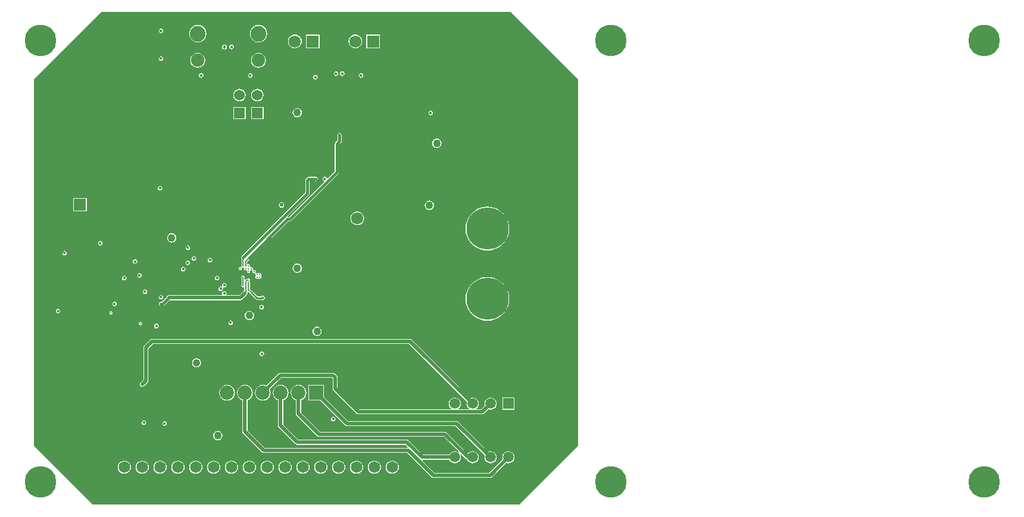
<source format=gbr>
%TF.GenerationSoftware,Altium Limited,Altium Designer,19.0.15 (446)*%
G04 Layer_Physical_Order=3*
G04 Layer_Color=16440176*
%FSLAX45Y45*%
%MOMM*%
%TF.FileFunction,Copper,L3,Inr,Signal*%
%TF.Part,Single*%
G01*
G75*
%TA.AperFunction,Conductor*%
%ADD40C,0.20320*%
%ADD41C,0.38100*%
%ADD42C,0.50800*%
%ADD45C,0.25400*%
%TA.AperFunction,ComponentPad*%
%ADD49C,1.65000*%
%TA.AperFunction,TestPad*%
%ADD50C,1.10000*%
%TA.AperFunction,ViaPad*%
%ADD51C,4.50000*%
%TA.AperFunction,ComponentPad*%
%ADD52R,1.50000X1.50000*%
%ADD53C,1.50000*%
%ADD54C,1.53000*%
%ADD55R,1.53000X1.53000*%
%ADD56C,1.90000*%
%ADD57C,2.25000*%
%ADD58C,6.00000*%
%ADD59C,1.72500*%
%ADD60R,1.72500X1.72500*%
%ADD61R,1.72500X1.72500*%
%ADD62R,2.02500X2.02500*%
%ADD63C,2.02500*%
%TA.AperFunction,ViaPad*%
%ADD64C,0.43180*%
%ADD65C,0.25000*%
%ADD66C,0.55880*%
%ADD67C,1.06680*%
%ADD68C,0.45720*%
G36*
X8102600Y6210300D02*
Y990600D01*
X7264400Y152400D01*
X1206500D01*
X368300Y990600D01*
Y6210300D01*
X1320800Y7162800D01*
X7150100D01*
X8102600Y6210300D01*
D02*
G37*
%LPC*%
G36*
X2171700Y6928472D02*
X2159312Y6926008D01*
X2148810Y6918990D01*
X2141792Y6908488D01*
X2139328Y6896100D01*
X2141792Y6883712D01*
X2148810Y6873210D01*
X2159312Y6866192D01*
X2171700Y6863728D01*
X2184088Y6866192D01*
X2194590Y6873210D01*
X2201608Y6883712D01*
X2204072Y6896100D01*
X2201608Y6908488D01*
X2194590Y6918990D01*
X2184088Y6926008D01*
X2171700Y6928472D01*
D02*
G37*
G36*
X3559400Y6979838D02*
X3527379Y6975623D01*
X3497541Y6963263D01*
X3471918Y6943602D01*
X3452257Y6917979D01*
X3439897Y6888141D01*
X3435682Y6856120D01*
X3439897Y6824099D01*
X3452257Y6794261D01*
X3471918Y6768638D01*
X3497541Y6748977D01*
X3527379Y6736617D01*
X3559400Y6732402D01*
X3591421Y6736617D01*
X3621259Y6748977D01*
X3646882Y6768638D01*
X3666543Y6794261D01*
X3678903Y6824099D01*
X3683118Y6856120D01*
X3678903Y6888141D01*
X3666543Y6917979D01*
X3646882Y6943602D01*
X3621259Y6963263D01*
X3591421Y6975623D01*
X3559400Y6979838D01*
D02*
G37*
G36*
X2695400D02*
X2663379Y6975623D01*
X2633541Y6963263D01*
X2607918Y6943602D01*
X2588257Y6917979D01*
X2575898Y6888141D01*
X2571682Y6856120D01*
X2575898Y6824099D01*
X2588257Y6794261D01*
X2607918Y6768638D01*
X2633541Y6748977D01*
X2663379Y6736617D01*
X2695400Y6732402D01*
X2727421Y6736617D01*
X2757259Y6748977D01*
X2782882Y6768638D01*
X2802544Y6794261D01*
X2814903Y6824099D01*
X2819119Y6856120D01*
X2814903Y6888141D01*
X2802544Y6917979D01*
X2782882Y6943602D01*
X2757259Y6963263D01*
X2727421Y6975623D01*
X2695400Y6979838D01*
D02*
G37*
G36*
X5285630Y6842532D02*
X5092810D01*
Y6649712D01*
X5285630D01*
Y6842532D01*
D02*
G37*
G36*
X4427811D02*
X4234991D01*
Y6649712D01*
X4427811D01*
Y6842532D01*
D02*
G37*
G36*
X4935220Y6843364D02*
X4910052Y6840050D01*
X4886599Y6830336D01*
X4866460Y6814882D01*
X4851006Y6794743D01*
X4841292Y6771290D01*
X4837978Y6746122D01*
X4841292Y6720954D01*
X4851006Y6697501D01*
X4866460Y6677361D01*
X4886599Y6661908D01*
X4910052Y6652193D01*
X4935220Y6648880D01*
X4960388Y6652193D01*
X4983841Y6661908D01*
X5003980Y6677361D01*
X5019434Y6697501D01*
X5029148Y6720954D01*
X5032462Y6746122D01*
X5029148Y6771290D01*
X5019434Y6794743D01*
X5003980Y6814882D01*
X4983841Y6830336D01*
X4960388Y6840050D01*
X4935220Y6843364D01*
D02*
G37*
G36*
X4077401D02*
X4052233Y6840050D01*
X4028780Y6830336D01*
X4008641Y6814882D01*
X3993187Y6794743D01*
X3983473Y6771290D01*
X3980159Y6746122D01*
X3983473Y6720954D01*
X3993187Y6697501D01*
X4008641Y6677361D01*
X4028780Y6661908D01*
X4052233Y6652193D01*
X4077401Y6648880D01*
X4102569Y6652193D01*
X4126022Y6661908D01*
X4146162Y6677361D01*
X4161615Y6697501D01*
X4171330Y6720954D01*
X4174643Y6746122D01*
X4171330Y6771290D01*
X4161615Y6794743D01*
X4146162Y6814882D01*
X4126022Y6830336D01*
X4102569Y6840050D01*
X4077401Y6843364D01*
D02*
G37*
G36*
X3175000Y6699872D02*
X3162612Y6697408D01*
X3152110Y6690390D01*
X3145092Y6679888D01*
X3142628Y6667500D01*
X3145092Y6655112D01*
X3152110Y6644610D01*
X3162612Y6637592D01*
X3175000Y6635128D01*
X3187388Y6637592D01*
X3197890Y6644610D01*
X3204908Y6655112D01*
X3207372Y6667500D01*
X3204908Y6679888D01*
X3197890Y6690390D01*
X3187388Y6697408D01*
X3175000Y6699872D01*
D02*
G37*
G36*
X3075400Y6699167D02*
X3062516Y6696604D01*
X3051594Y6689306D01*
X3044296Y6678384D01*
X3041733Y6665500D01*
X3044296Y6652616D01*
X3051594Y6641694D01*
X3062516Y6634396D01*
X3075400Y6631833D01*
X3088284Y6634396D01*
X3099206Y6641694D01*
X3106504Y6652616D01*
X3109067Y6665500D01*
X3106504Y6678384D01*
X3099206Y6689306D01*
X3088284Y6696604D01*
X3075400Y6699167D01*
D02*
G37*
G36*
X2171700Y6534772D02*
X2159312Y6532308D01*
X2148810Y6525290D01*
X2141792Y6514788D01*
X2139328Y6502400D01*
X2141792Y6490012D01*
X2148810Y6479510D01*
X2159312Y6472492D01*
X2171700Y6470028D01*
X2184088Y6472492D01*
X2194590Y6479510D01*
X2201608Y6490012D01*
X2204072Y6502400D01*
X2201608Y6514788D01*
X2194590Y6525290D01*
X2184088Y6532308D01*
X2171700Y6534772D01*
D02*
G37*
G36*
X3559400Y6582187D02*
X3531948Y6578573D01*
X3506366Y6567977D01*
X3484399Y6551121D01*
X3467543Y6529154D01*
X3456947Y6503572D01*
X3453333Y6476120D01*
X3456947Y6448668D01*
X3467543Y6423086D01*
X3484399Y6401119D01*
X3506366Y6384263D01*
X3531948Y6373667D01*
X3559400Y6370053D01*
X3586852Y6373667D01*
X3612434Y6384263D01*
X3634401Y6401119D01*
X3651257Y6423086D01*
X3661853Y6448668D01*
X3665467Y6476120D01*
X3661853Y6503572D01*
X3651257Y6529154D01*
X3634401Y6551121D01*
X3612434Y6567977D01*
X3586852Y6578573D01*
X3559400Y6582187D01*
D02*
G37*
G36*
X2695400D02*
X2667948Y6578573D01*
X2642367Y6567977D01*
X2620399Y6551121D01*
X2603543Y6529154D01*
X2592947Y6503572D01*
X2589333Y6476120D01*
X2592947Y6448668D01*
X2603543Y6423086D01*
X2620399Y6401119D01*
X2642367Y6384263D01*
X2667948Y6373667D01*
X2695400Y6370053D01*
X2722853Y6373667D01*
X2748434Y6384263D01*
X2770401Y6401119D01*
X2787257Y6423086D01*
X2797853Y6448668D01*
X2801468Y6476120D01*
X2797853Y6503572D01*
X2787257Y6529154D01*
X2770401Y6551121D01*
X2748434Y6567977D01*
X2722853Y6578573D01*
X2695400Y6582187D01*
D02*
G37*
G36*
X4749800Y6318872D02*
X4737412Y6316408D01*
X4726910Y6309390D01*
X4719892Y6298888D01*
X4717428Y6286500D01*
X4719892Y6274112D01*
X4726910Y6263610D01*
X4737412Y6256592D01*
X4749800Y6254128D01*
X4762188Y6256592D01*
X4772690Y6263610D01*
X4779708Y6274112D01*
X4782172Y6286500D01*
X4779708Y6298888D01*
X4772690Y6309390D01*
X4762188Y6316408D01*
X4749800Y6318872D01*
D02*
G37*
G36*
X4660900D02*
X4648512Y6316408D01*
X4638010Y6309390D01*
X4630992Y6298888D01*
X4628528Y6286500D01*
X4630992Y6274112D01*
X4638010Y6263610D01*
X4648512Y6256592D01*
X4660900Y6254128D01*
X4673288Y6256592D01*
X4683790Y6263610D01*
X4690808Y6274112D01*
X4693272Y6286500D01*
X4690808Y6298888D01*
X4683790Y6309390D01*
X4673288Y6316408D01*
X4660900Y6318872D01*
D02*
G37*
G36*
X5016500Y6293472D02*
X5004112Y6291008D01*
X4993610Y6283990D01*
X4986592Y6273488D01*
X4984128Y6261100D01*
X4986592Y6248712D01*
X4993610Y6238210D01*
X5004112Y6231192D01*
X5016500Y6228728D01*
X5028888Y6231192D01*
X5039390Y6238210D01*
X5046408Y6248712D01*
X5048872Y6261100D01*
X5046408Y6273488D01*
X5039390Y6283990D01*
X5028888Y6291008D01*
X5016500Y6293472D01*
D02*
G37*
G36*
X3441700D02*
X3429312Y6291008D01*
X3418810Y6283990D01*
X3411792Y6273488D01*
X3409328Y6261100D01*
X3411792Y6248712D01*
X3418810Y6238210D01*
X3429312Y6231192D01*
X3441700Y6228728D01*
X3454088Y6231192D01*
X3464590Y6238210D01*
X3471608Y6248712D01*
X3474072Y6261100D01*
X3471608Y6273488D01*
X3464590Y6283990D01*
X3454088Y6291008D01*
X3441700Y6293472D01*
D02*
G37*
G36*
X2743200D02*
X2730812Y6291008D01*
X2720310Y6283990D01*
X2713292Y6273488D01*
X2710828Y6261100D01*
X2713292Y6248712D01*
X2720310Y6238210D01*
X2730812Y6231192D01*
X2743200Y6228728D01*
X2755588Y6231192D01*
X2766090Y6238210D01*
X2773108Y6248712D01*
X2775572Y6261100D01*
X2773108Y6273488D01*
X2766090Y6283990D01*
X2755588Y6291008D01*
X2743200Y6293472D01*
D02*
G37*
G36*
X4368800Y6268072D02*
X4356412Y6265608D01*
X4345910Y6258590D01*
X4338892Y6248088D01*
X4336428Y6235700D01*
X4338892Y6223312D01*
X4345910Y6212810D01*
X4356412Y6205792D01*
X4368800Y6203328D01*
X4381188Y6205792D01*
X4391690Y6212810D01*
X4398708Y6223312D01*
X4401172Y6235700D01*
X4398708Y6248088D01*
X4391690Y6258590D01*
X4381188Y6265608D01*
X4368800Y6268072D01*
D02*
G37*
G36*
X3543300Y6069108D02*
X3520677Y6066129D01*
X3499596Y6057397D01*
X3481493Y6043507D01*
X3467603Y6025404D01*
X3458871Y6004323D01*
X3455892Y5981700D01*
X3458871Y5959077D01*
X3467603Y5937996D01*
X3481493Y5919893D01*
X3499596Y5906003D01*
X3520677Y5897271D01*
X3543300Y5894292D01*
X3565923Y5897271D01*
X3587004Y5906003D01*
X3605107Y5919893D01*
X3618997Y5937996D01*
X3627729Y5959077D01*
X3630708Y5981700D01*
X3627729Y6004323D01*
X3618997Y6025404D01*
X3605107Y6043507D01*
X3587004Y6057397D01*
X3565923Y6066129D01*
X3543300Y6069108D01*
D02*
G37*
G36*
X3289300D02*
X3266677Y6066129D01*
X3245596Y6057397D01*
X3227493Y6043507D01*
X3213603Y6025404D01*
X3204871Y6004323D01*
X3201892Y5981700D01*
X3204871Y5959077D01*
X3213603Y5937996D01*
X3227493Y5919893D01*
X3245596Y5906003D01*
X3266677Y5897271D01*
X3289300Y5894292D01*
X3311923Y5897271D01*
X3333004Y5906003D01*
X3351107Y5919893D01*
X3364997Y5937996D01*
X3373729Y5959077D01*
X3376708Y5981700D01*
X3373729Y6004323D01*
X3364997Y6025404D01*
X3351107Y6043507D01*
X3333004Y6057397D01*
X3311923Y6066129D01*
X3289300Y6069108D01*
D02*
G37*
G36*
X6007100Y5760072D02*
X5994712Y5757608D01*
X5984210Y5750590D01*
X5977192Y5740088D01*
X5974728Y5727700D01*
X5977192Y5715312D01*
X5984210Y5704810D01*
X5994712Y5697792D01*
X6007100Y5695328D01*
X6019488Y5697792D01*
X6029990Y5704810D01*
X6037008Y5715312D01*
X6039472Y5727700D01*
X6037008Y5740088D01*
X6029990Y5750590D01*
X6019488Y5757608D01*
X6007100Y5760072D01*
D02*
G37*
G36*
X4109720Y5797354D02*
X4092710Y5795115D01*
X4076859Y5788549D01*
X4063247Y5778105D01*
X4052803Y5764493D01*
X4046237Y5748642D01*
X4043998Y5731632D01*
X4046237Y5714622D01*
X4052803Y5698771D01*
X4063247Y5685160D01*
X4076859Y5674715D01*
X4092710Y5668149D01*
X4109720Y5665910D01*
X4126730Y5668149D01*
X4142581Y5674715D01*
X4156193Y5685160D01*
X4166637Y5698771D01*
X4173203Y5714622D01*
X4175442Y5731632D01*
X4173203Y5748642D01*
X4166637Y5764493D01*
X4156193Y5778105D01*
X4142581Y5788549D01*
X4126730Y5795115D01*
X4109720Y5797354D01*
D02*
G37*
G36*
X3629960Y5814360D02*
X3456640D01*
Y5641040D01*
X3629960D01*
Y5814360D01*
D02*
G37*
G36*
X3375960D02*
X3202640D01*
Y5641040D01*
X3375960D01*
Y5814360D01*
D02*
G37*
G36*
X6096000Y5361622D02*
X6078990Y5359383D01*
X6063139Y5352817D01*
X6049527Y5342373D01*
X6039083Y5328761D01*
X6032517Y5312910D01*
X6030278Y5295900D01*
X6032517Y5278890D01*
X6039083Y5263039D01*
X6049527Y5249427D01*
X6063139Y5238983D01*
X6078990Y5232417D01*
X6096000Y5230178D01*
X6113010Y5232417D01*
X6128861Y5238983D01*
X6142473Y5249427D01*
X6152917Y5263039D01*
X6159483Y5278890D01*
X6161722Y5295900D01*
X6159483Y5312910D01*
X6152917Y5328761D01*
X6142473Y5342373D01*
X6128861Y5352817D01*
X6113010Y5359383D01*
X6096000Y5361622D01*
D02*
G37*
G36*
X4711700Y5442572D02*
X4699312Y5440108D01*
X4688810Y5433090D01*
X4681792Y5422588D01*
X4679328Y5410200D01*
X4681792Y5397812D01*
X4681918Y5397623D01*
Y5336718D01*
X4652541Y5307341D01*
X4646085Y5297679D01*
X4643818Y5286282D01*
Y4896913D01*
X4544033Y4797128D01*
X4530856Y4800195D01*
X4529966Y4801022D01*
X4523438Y4810790D01*
X4512936Y4817808D01*
X4500548Y4820272D01*
X4488159Y4817808D01*
X4477657Y4810790D01*
X4470640Y4800288D01*
X4468176Y4787900D01*
X4470640Y4775512D01*
X4477657Y4765010D01*
X4487426Y4758482D01*
X4488252Y4757592D01*
X4491319Y4744415D01*
X3994214Y4247309D01*
X3977188D01*
X3975294Y4249514D01*
X3971171Y4259252D01*
X4275559Y4563641D01*
X4282015Y4573303D01*
X4284282Y4584700D01*
Y4758118D01*
X4356223D01*
X4356412Y4757992D01*
X4368800Y4755528D01*
X4381188Y4757992D01*
X4391690Y4765010D01*
X4398708Y4775512D01*
X4401172Y4787900D01*
X4398708Y4800288D01*
X4391690Y4810790D01*
X4381188Y4817808D01*
X4368800Y4820272D01*
X4356412Y4817808D01*
X4356223Y4817682D01*
X4269379D01*
X4257982Y4815415D01*
X4248320Y4808959D01*
X4233441Y4794080D01*
X4226985Y4784418D01*
X4224718Y4773021D01*
Y4597036D01*
X3316343Y3688662D01*
X3309887Y3679000D01*
X3307621Y3667603D01*
X3309887Y3656205D01*
X3316343Y3646543D01*
X3316685Y3646316D01*
Y3560680D01*
X3316057Y3559741D01*
X3314299Y3550900D01*
X3316057Y3542058D01*
X3317381Y3540078D01*
X3308225Y3530922D01*
X3306244Y3532245D01*
X3297403Y3534004D01*
X3288561Y3532245D01*
X3281066Y3527237D01*
X3276057Y3519741D01*
X3274299Y3510900D01*
X3276057Y3502059D01*
X3281066Y3494563D01*
X3288561Y3489555D01*
X3297403Y3487796D01*
X3306244Y3489555D01*
X3313739Y3494563D01*
X3318748Y3502059D01*
X3320506Y3510900D01*
X3318748Y3519741D01*
X3317424Y3521722D01*
X3326581Y3530878D01*
X3328561Y3529555D01*
X3337403Y3527796D01*
X3346244Y3529555D01*
X3348225Y3530878D01*
X3357381Y3521722D01*
X3356058Y3519741D01*
X3354299Y3510900D01*
X3356058Y3502059D01*
X3361066Y3494563D01*
X3368561Y3489555D01*
X3377403Y3487796D01*
X3386244Y3489555D01*
X3388225Y3490878D01*
X3397381Y3481722D01*
X3396057Y3479741D01*
X3394299Y3470900D01*
X3396057Y3462058D01*
X3401066Y3454563D01*
X3408561Y3449555D01*
X3417403Y3447796D01*
X3426244Y3449555D01*
X3433739Y3454563D01*
X3438748Y3462058D01*
X3440506Y3470900D01*
X3438748Y3479741D01*
X3436385Y3483277D01*
X3445541Y3492433D01*
X3448561Y3490415D01*
X3457403Y3488657D01*
X3466244Y3490415D01*
X3469264Y3492433D01*
X3478420Y3483277D01*
X3476058Y3479741D01*
X3474299Y3470900D01*
X3476058Y3462058D01*
X3481066Y3454563D01*
X3488561Y3449555D01*
X3497403Y3447796D01*
X3506244Y3449555D01*
X3508225Y3450878D01*
X3517381Y3441722D01*
X3516057Y3439741D01*
X3514299Y3430900D01*
X3516057Y3422058D01*
X3517394Y3420058D01*
X3520017Y3410900D01*
X3517394Y3401742D01*
X3516057Y3399741D01*
X3514299Y3390900D01*
X3516057Y3382059D01*
X3521066Y3374563D01*
X3528561Y3369555D01*
X3537403Y3367796D01*
X3546244Y3369555D01*
X3548245Y3370892D01*
X3557403Y3373514D01*
X3566561Y3370892D01*
X3568561Y3369555D01*
X3577403Y3367796D01*
X3586244Y3369555D01*
X3593739Y3374563D01*
X3598748Y3382059D01*
X3600506Y3390900D01*
X3598748Y3399741D01*
X3597411Y3401742D01*
X3594788Y3410900D01*
X3597411Y3420058D01*
X3598748Y3422058D01*
X3600506Y3430900D01*
X3598748Y3439741D01*
X3593739Y3447237D01*
X3586244Y3452245D01*
X3577403Y3454004D01*
X3568561Y3452245D01*
X3566561Y3450908D01*
X3557403Y3448286D01*
X3548245Y3450908D01*
X3546244Y3452245D01*
X3537403Y3454004D01*
X3528561Y3452245D01*
X3526581Y3450922D01*
X3517425Y3460078D01*
X3518748Y3462058D01*
X3520507Y3470900D01*
X3518748Y3479741D01*
X3513739Y3487237D01*
X3506244Y3492245D01*
X3497403Y3494004D01*
X3488561Y3492245D01*
X3485541Y3490227D01*
X3476385Y3499383D01*
X3478748Y3502919D01*
X3480506Y3511761D01*
X3478748Y3520602D01*
X3473739Y3528097D01*
X3466244Y3533106D01*
X3457403Y3534864D01*
X3448561Y3533106D01*
X3447619Y3532477D01*
X3438463Y3541633D01*
X3438748Y3542058D01*
X3440506Y3550900D01*
X3438748Y3559741D01*
X3433739Y3567237D01*
X3426244Y3572245D01*
X3417403Y3574004D01*
X3410821Y3572695D01*
X3402453Y3577100D01*
X3398121Y3580543D01*
Y3610121D01*
X3428598Y3640598D01*
X3429000Y3640518D01*
X3440397Y3642785D01*
X3450059Y3649241D01*
X3988563Y4187745D01*
X4006550D01*
X4017948Y4190012D01*
X4027609Y4196468D01*
X4694659Y4863517D01*
X4701115Y4873179D01*
X4703382Y4884577D01*
Y5273946D01*
X4732759Y5303322D01*
X4739215Y5312984D01*
X4741482Y5324382D01*
Y5397623D01*
X4741608Y5397812D01*
X4744072Y5410200D01*
X4741608Y5422588D01*
X4734590Y5433090D01*
X4724088Y5440108D01*
X4711700Y5442572D01*
D02*
G37*
G36*
X2159000Y4687809D02*
X2146612Y4685345D01*
X2136110Y4678327D01*
X2129092Y4667825D01*
X2126628Y4655437D01*
X2129092Y4643048D01*
X2136110Y4632546D01*
X2146612Y4625529D01*
X2159000Y4623065D01*
X2171388Y4625529D01*
X2181890Y4632546D01*
X2188908Y4643048D01*
X2191372Y4655437D01*
X2188908Y4667825D01*
X2181890Y4678327D01*
X2171388Y4685345D01*
X2159000Y4687809D01*
D02*
G37*
G36*
X3886200Y4458447D02*
X3871334Y4455489D01*
X3858731Y4447069D01*
X3850311Y4434466D01*
X3847353Y4419600D01*
X3850311Y4404734D01*
X3858731Y4392131D01*
X3871334Y4383711D01*
X3886200Y4380753D01*
X3901066Y4383711D01*
X3913669Y4392131D01*
X3922089Y4404734D01*
X3925047Y4419600D01*
X3922089Y4434466D01*
X3913669Y4447069D01*
X3901066Y4455489D01*
X3886200Y4458447D01*
D02*
G37*
G36*
X5989320Y4477702D02*
X5972310Y4475463D01*
X5956459Y4468897D01*
X5942847Y4458453D01*
X5932403Y4444841D01*
X5925837Y4428990D01*
X5923598Y4411980D01*
X5925837Y4394970D01*
X5932403Y4379119D01*
X5942847Y4365507D01*
X5956459Y4355063D01*
X5972310Y4348497D01*
X5989320Y4346258D01*
X6006330Y4348497D01*
X6022181Y4355063D01*
X6035793Y4365507D01*
X6046237Y4379119D01*
X6052803Y4394970D01*
X6055042Y4411980D01*
X6052803Y4428990D01*
X6046237Y4444841D01*
X6035793Y4458453D01*
X6022181Y4468897D01*
X6006330Y4475463D01*
X5989320Y4477702D01*
D02*
G37*
G36*
X1117490Y4518650D02*
X924670D01*
Y4325830D01*
X1117490D01*
Y4518650D01*
D02*
G37*
G36*
X4965700Y4326342D02*
X4940532Y4323028D01*
X4917079Y4313314D01*
X4896940Y4297860D01*
X4881486Y4277721D01*
X4871772Y4254268D01*
X4868458Y4229100D01*
X4871772Y4203932D01*
X4881486Y4180479D01*
X4896940Y4160340D01*
X4917079Y4144886D01*
X4940532Y4135172D01*
X4965700Y4131858D01*
X4990868Y4135172D01*
X5014321Y4144886D01*
X5034460Y4160340D01*
X5049914Y4180479D01*
X5059628Y4203932D01*
X5062942Y4229100D01*
X5059628Y4254268D01*
X5049914Y4277721D01*
X5034460Y4297860D01*
X5014321Y4313314D01*
X4990868Y4323028D01*
X4965700Y4326342D01*
D02*
G37*
G36*
X2324100Y4015422D02*
X2307090Y4013183D01*
X2291239Y4006617D01*
X2277627Y3996173D01*
X2267183Y3982561D01*
X2260617Y3966710D01*
X2258378Y3949700D01*
X2260617Y3932690D01*
X2267183Y3916839D01*
X2277627Y3903227D01*
X2291239Y3892783D01*
X2307090Y3886217D01*
X2324100Y3883978D01*
X2341110Y3886217D01*
X2356961Y3892783D01*
X2370573Y3903227D01*
X2381017Y3916839D01*
X2387583Y3932690D01*
X2389822Y3949700D01*
X2387583Y3966710D01*
X2381017Y3982561D01*
X2370573Y3996173D01*
X2356961Y4006617D01*
X2341110Y4013183D01*
X2324100Y4015422D01*
D02*
G37*
G36*
X1308100Y3905872D02*
X1295712Y3903408D01*
X1285210Y3896390D01*
X1278192Y3885888D01*
X1275728Y3873500D01*
X1278192Y3861112D01*
X1285210Y3850610D01*
X1295712Y3843592D01*
X1308100Y3841128D01*
X1320488Y3843592D01*
X1330990Y3850610D01*
X1338008Y3861112D01*
X1340472Y3873500D01*
X1338008Y3885888D01*
X1330990Y3896390D01*
X1320488Y3903408D01*
X1308100Y3905872D01*
D02*
G37*
G36*
X2552700Y3842372D02*
X2540312Y3839908D01*
X2529810Y3832890D01*
X2522792Y3822388D01*
X2520328Y3810000D01*
X2522792Y3797612D01*
X2529810Y3787110D01*
X2540312Y3780092D01*
X2552700Y3777628D01*
X2565088Y3780092D01*
X2575590Y3787110D01*
X2582608Y3797612D01*
X2585072Y3810000D01*
X2582608Y3822388D01*
X2575590Y3832890D01*
X2565088Y3839908D01*
X2552700Y3842372D01*
D02*
G37*
G36*
X6814299Y4392517D02*
X6765629Y4388686D01*
X6718158Y4377289D01*
X6673053Y4358607D01*
X6631427Y4333098D01*
X6594304Y4301392D01*
X6562598Y4264269D01*
X6537090Y4222643D01*
X6518407Y4177539D01*
X6507010Y4130067D01*
X6503180Y4081398D01*
X6507010Y4032728D01*
X6518407Y3985257D01*
X6537090Y3940153D01*
X6562598Y3898527D01*
X6594304Y3861403D01*
X6631427Y3829697D01*
X6673053Y3804189D01*
X6718158Y3785506D01*
X6765629Y3774109D01*
X6814299Y3770279D01*
X6862968Y3774109D01*
X6910440Y3785506D01*
X6955544Y3804189D01*
X6997170Y3829697D01*
X7034293Y3861403D01*
X7065999Y3898527D01*
X7091508Y3940153D01*
X7110190Y3985257D01*
X7121587Y4032728D01*
X7125418Y4081398D01*
X7121587Y4130067D01*
X7110190Y4177539D01*
X7091508Y4222643D01*
X7065999Y4264269D01*
X7034293Y4301392D01*
X6997170Y4333098D01*
X6955544Y4358607D01*
X6910440Y4377289D01*
X6862968Y4388686D01*
X6814299Y4392517D01*
D02*
G37*
G36*
X800100Y3766172D02*
X787712Y3763708D01*
X777210Y3756690D01*
X770192Y3746188D01*
X767728Y3733800D01*
X770192Y3721412D01*
X777210Y3710910D01*
X787712Y3703892D01*
X800100Y3701428D01*
X812488Y3703892D01*
X822990Y3710910D01*
X830008Y3721412D01*
X832472Y3733800D01*
X830008Y3746188D01*
X822990Y3756690D01*
X812488Y3763708D01*
X800100Y3766172D01*
D02*
G37*
G36*
X2641600Y3689972D02*
X2629212Y3687508D01*
X2618710Y3680490D01*
X2611692Y3669988D01*
X2609228Y3657600D01*
X2611692Y3645212D01*
X2618710Y3634710D01*
X2629212Y3627692D01*
X2641600Y3625228D01*
X2653988Y3627692D01*
X2664490Y3634710D01*
X2671508Y3645212D01*
X2673972Y3657600D01*
X2671508Y3669988D01*
X2664490Y3680490D01*
X2653988Y3687508D01*
X2641600Y3689972D01*
D02*
G37*
G36*
X2870200Y3664572D02*
X2857812Y3662108D01*
X2847310Y3655090D01*
X2840292Y3644588D01*
X2837828Y3632200D01*
X2840292Y3619812D01*
X2847310Y3609310D01*
X2857812Y3602292D01*
X2870200Y3599828D01*
X2882588Y3602292D01*
X2893090Y3609310D01*
X2900108Y3619812D01*
X2902572Y3632200D01*
X2900108Y3644588D01*
X2893090Y3655090D01*
X2882588Y3662108D01*
X2870200Y3664572D01*
D02*
G37*
G36*
X1803400Y3644535D02*
X1791012Y3642071D01*
X1780510Y3635053D01*
X1773492Y3624551D01*
X1771028Y3612163D01*
X1773492Y3599775D01*
X1780510Y3589272D01*
X1791012Y3582255D01*
X1803400Y3579791D01*
X1815788Y3582255D01*
X1826290Y3589272D01*
X1833308Y3599775D01*
X1835772Y3612163D01*
X1833308Y3624551D01*
X1826290Y3635053D01*
X1815788Y3642071D01*
X1803400Y3644535D01*
D02*
G37*
G36*
X2552700Y3626472D02*
X2540312Y3624008D01*
X2529810Y3616990D01*
X2522792Y3606488D01*
X2520328Y3594100D01*
X2522792Y3581712D01*
X2529810Y3571210D01*
X2540312Y3564192D01*
X2552700Y3561728D01*
X2565088Y3564192D01*
X2575590Y3571210D01*
X2582608Y3581712D01*
X2585072Y3594100D01*
X2582608Y3606488D01*
X2575590Y3616990D01*
X2565088Y3624008D01*
X2552700Y3626472D01*
D02*
G37*
G36*
X2489200Y3537572D02*
X2476812Y3535108D01*
X2466310Y3528090D01*
X2459292Y3517588D01*
X2456828Y3505200D01*
X2459292Y3492812D01*
X2466310Y3482310D01*
X2476812Y3475292D01*
X2489200Y3472828D01*
X2501588Y3475292D01*
X2512090Y3482310D01*
X2519108Y3492812D01*
X2521572Y3505200D01*
X2519108Y3517588D01*
X2512090Y3528090D01*
X2501588Y3535108D01*
X2489200Y3537572D01*
D02*
G37*
G36*
X4109720Y3583622D02*
X4092710Y3581383D01*
X4076859Y3574817D01*
X4063247Y3564373D01*
X4052803Y3550761D01*
X4046237Y3534910D01*
X4043998Y3517900D01*
X4046237Y3500890D01*
X4052803Y3485039D01*
X4063247Y3471427D01*
X4076859Y3460983D01*
X4092710Y3454417D01*
X4109720Y3452178D01*
X4126730Y3454417D01*
X4142581Y3460983D01*
X4156193Y3471427D01*
X4166637Y3485039D01*
X4173203Y3500890D01*
X4175442Y3517900D01*
X4173203Y3534910D01*
X4166637Y3550761D01*
X4156193Y3564373D01*
X4142581Y3574817D01*
X4126730Y3581383D01*
X4109720Y3583622D01*
D02*
G37*
G36*
X1866900Y3448672D02*
X1854512Y3446208D01*
X1844010Y3439190D01*
X1836992Y3428688D01*
X1834528Y3416300D01*
X1836992Y3403912D01*
X1844010Y3393410D01*
X1854512Y3386392D01*
X1866900Y3383928D01*
X1879288Y3386392D01*
X1889790Y3393410D01*
X1896808Y3403912D01*
X1899272Y3416300D01*
X1896808Y3428688D01*
X1889790Y3439190D01*
X1879288Y3446208D01*
X1866900Y3448672D01*
D02*
G37*
G36*
X2971800Y3410572D02*
X2959412Y3408108D01*
X2948910Y3401090D01*
X2941892Y3390588D01*
X2939428Y3378200D01*
X2941892Y3365812D01*
X2948910Y3355310D01*
X2959412Y3348292D01*
X2971800Y3345828D01*
X2984188Y3348292D01*
X2994690Y3355310D01*
X3001708Y3365812D01*
X3004172Y3378200D01*
X3001708Y3390588D01*
X2994690Y3401090D01*
X2984188Y3408108D01*
X2971800Y3410572D01*
D02*
G37*
G36*
X1651000D02*
X1638612Y3408108D01*
X1628110Y3401090D01*
X1621092Y3390588D01*
X1618628Y3378200D01*
X1621092Y3365812D01*
X1628110Y3355310D01*
X1638612Y3348292D01*
X1651000Y3345828D01*
X1663388Y3348292D01*
X1673890Y3355310D01*
X1680908Y3365812D01*
X1683372Y3378200D01*
X1680908Y3390588D01*
X1673890Y3401090D01*
X1663388Y3408108D01*
X1651000Y3410572D01*
D02*
G37*
G36*
X3073400Y3308972D02*
X3061012Y3306508D01*
X3050510Y3299490D01*
X3043492Y3288988D01*
X3041028Y3276600D01*
X3043104Y3266160D01*
X3038390Y3260438D01*
X3033270Y3256651D01*
X3022600Y3258773D01*
X3010212Y3256309D01*
X2999710Y3249291D01*
X2992692Y3238789D01*
X2990228Y3226401D01*
X2992692Y3214013D01*
X2999710Y3203510D01*
X3010212Y3196493D01*
X3022600Y3194029D01*
X3034988Y3196493D01*
X3045490Y3203510D01*
X3052508Y3214013D01*
X3054972Y3226401D01*
X3052896Y3236841D01*
X3057610Y3242563D01*
X3062730Y3246350D01*
X3073400Y3244228D01*
X3085788Y3246692D01*
X3096290Y3253710D01*
X3103308Y3264212D01*
X3105772Y3276600D01*
X3103308Y3288988D01*
X3096290Y3299490D01*
X3085788Y3306508D01*
X3073400Y3308972D01*
D02*
G37*
G36*
X1943100Y3217375D02*
X1930712Y3214911D01*
X1920210Y3207893D01*
X1913192Y3197391D01*
X1910728Y3185003D01*
X1913192Y3172614D01*
X1920210Y3162112D01*
X1930712Y3155095D01*
X1943100Y3152630D01*
X1955488Y3155095D01*
X1965990Y3162112D01*
X1973008Y3172614D01*
X1975472Y3185003D01*
X1973008Y3197391D01*
X1965990Y3207893D01*
X1955488Y3214911D01*
X1943100Y3217375D01*
D02*
G37*
G36*
X3337403Y3414004D02*
X3328561Y3412245D01*
X3321066Y3407237D01*
X3316057Y3399741D01*
X3314299Y3390900D01*
X3316057Y3382059D01*
X3316685Y3381120D01*
Y3280680D01*
X3316057Y3279741D01*
X3314299Y3270900D01*
X3316057Y3262058D01*
X3321066Y3254563D01*
X3328561Y3249555D01*
X3337403Y3247796D01*
X3343984Y3249106D01*
X3352352Y3244701D01*
X3356685Y3241257D01*
Y3196803D01*
X3351625Y3195797D01*
X3339863Y3187937D01*
X3286982Y3135057D01*
X3110650D01*
X3103500Y3146619D01*
X3103473Y3147757D01*
X3105772Y3159316D01*
X3103308Y3171705D01*
X3096290Y3182207D01*
X3085788Y3189224D01*
X3073400Y3191688D01*
X3061012Y3189224D01*
X3050510Y3182207D01*
X3043492Y3171705D01*
X3041028Y3159316D01*
X3043327Y3147757D01*
X3043300Y3146619D01*
X3036150Y3135057D01*
X2286000D01*
X2272125Y3132297D01*
X2260363Y3124437D01*
X2252503Y3112675D01*
X2251199Y3106117D01*
X2184764Y3039682D01*
X2171700D01*
X2160303Y3037415D01*
X2150641Y3030959D01*
X2144185Y3021297D01*
X2141918Y3009900D01*
X2144185Y2998503D01*
X2150641Y2988841D01*
X2160303Y2982385D01*
X2171700Y2980118D01*
X2197100D01*
X2208497Y2982385D01*
X2218159Y2988841D01*
X2291862Y3062543D01*
X3301999D01*
X3302000Y3062543D01*
X3315875Y3065303D01*
X3327637Y3073163D01*
X3391137Y3136663D01*
X3398997Y3148425D01*
X3401757Y3162300D01*
X3398997Y3176174D01*
X3401633Y3180799D01*
X3416527Y3183573D01*
X3432580Y3167520D01*
X3432866Y3166081D01*
X3437919Y3158519D01*
X3518174Y3078264D01*
X3525736Y3073211D01*
X3534655Y3071437D01*
X3593424D01*
X3603302Y3064837D01*
X3615690Y3062373D01*
X3628078Y3064837D01*
X3638580Y3071854D01*
X3645598Y3082356D01*
X3648062Y3094745D01*
X3645598Y3107133D01*
X3638580Y3117635D01*
X3628078Y3124653D01*
X3615690Y3127117D01*
X3603302Y3124653D01*
X3593424Y3118052D01*
X3544310D01*
X3470881Y3191481D01*
X3463319Y3196534D01*
X3461880Y3196820D01*
X3438121Y3220579D01*
Y3301120D01*
X3438748Y3302058D01*
X3440506Y3310900D01*
X3438748Y3319741D01*
X3433739Y3327236D01*
Y3334564D01*
X3438748Y3342059D01*
X3440506Y3350900D01*
X3438748Y3359742D01*
X3433739Y3367237D01*
X3426244Y3372245D01*
X3417403Y3374004D01*
X3408561Y3372245D01*
X3401066Y3367237D01*
X3401026Y3367178D01*
X3390901D01*
X3390900Y3367178D01*
X3382972Y3365601D01*
X3376250Y3361110D01*
X3370821Y3355680D01*
X3358121Y3360941D01*
Y3381120D01*
X3358748Y3382059D01*
X3360506Y3390900D01*
X3358748Y3399741D01*
X3353739Y3407237D01*
X3346244Y3412245D01*
X3337403Y3414004D01*
D02*
G37*
G36*
X2171700Y3137890D02*
X2159312Y3135426D01*
X2148810Y3128409D01*
X2141792Y3117907D01*
X2139328Y3105518D01*
X2141792Y3093130D01*
X2148810Y3082628D01*
X2159312Y3075610D01*
X2171700Y3073146D01*
X2184088Y3075610D01*
X2194590Y3082628D01*
X2201608Y3093130D01*
X2204072Y3105518D01*
X2201608Y3117907D01*
X2194590Y3128409D01*
X2184088Y3135426D01*
X2171700Y3137890D01*
D02*
G37*
G36*
X1511300Y3042272D02*
X1498912Y3039808D01*
X1488410Y3032790D01*
X1481392Y3022288D01*
X1478928Y3009900D01*
X1481392Y2997512D01*
X1488410Y2987010D01*
X1498912Y2979992D01*
X1511300Y2977528D01*
X1523688Y2979992D01*
X1534190Y2987010D01*
X1541208Y2997512D01*
X1543672Y3009900D01*
X1541208Y3022288D01*
X1534190Y3032790D01*
X1523688Y3039808D01*
X1511300Y3042272D01*
D02*
G37*
G36*
X3600920Y2997453D02*
X3588532Y2994989D01*
X3578029Y2987972D01*
X3571012Y2977470D01*
X3568548Y2965081D01*
X3571012Y2952693D01*
X3578029Y2942191D01*
X3588532Y2935173D01*
X3600920Y2932709D01*
X3613308Y2935173D01*
X3623810Y2942191D01*
X3630828Y2952693D01*
X3633292Y2965081D01*
X3630828Y2977470D01*
X3623810Y2987972D01*
X3613308Y2994989D01*
X3600920Y2997453D01*
D02*
G37*
G36*
X708599Y2940672D02*
X696211Y2938208D01*
X685709Y2931190D01*
X678691Y2920688D01*
X676227Y2908300D01*
X678691Y2895912D01*
X685709Y2885410D01*
X696211Y2878392D01*
X708599Y2875928D01*
X720988Y2878392D01*
X731490Y2885410D01*
X738507Y2895912D01*
X740971Y2908300D01*
X738507Y2920688D01*
X731490Y2931190D01*
X720988Y2938208D01*
X708599Y2940672D01*
D02*
G37*
G36*
X1460500Y2906004D02*
X1451659Y2904245D01*
X1444163Y2899237D01*
X1439155Y2891741D01*
X1437396Y2882900D01*
X1439155Y2874059D01*
X1444163Y2866563D01*
X1451659Y2861555D01*
X1460500Y2859796D01*
X1469341Y2861555D01*
X1476837Y2866563D01*
X1481845Y2874059D01*
X1483604Y2882900D01*
X1481845Y2891741D01*
X1476837Y2899237D01*
X1469341Y2904245D01*
X1460500Y2906004D01*
D02*
G37*
G36*
X3429000Y2910522D02*
X3411990Y2908283D01*
X3396139Y2901717D01*
X3382527Y2891273D01*
X3372083Y2877661D01*
X3365517Y2861810D01*
X3363278Y2844800D01*
X3365517Y2827790D01*
X3372083Y2811939D01*
X3382527Y2798327D01*
X3396139Y2787883D01*
X3411990Y2781317D01*
X3429000Y2779078D01*
X3446010Y2781317D01*
X3461861Y2787883D01*
X3475473Y2798327D01*
X3485917Y2811939D01*
X3492483Y2827790D01*
X3494722Y2844800D01*
X3492483Y2861810D01*
X3485917Y2877661D01*
X3475473Y2891273D01*
X3461861Y2901717D01*
X3446010Y2908283D01*
X3429000Y2910522D01*
D02*
G37*
G36*
X6814299Y3392519D02*
X6765629Y3388688D01*
X6718158Y3377291D01*
X6673053Y3358609D01*
X6631427Y3333100D01*
X6594304Y3301394D01*
X6562598Y3264271D01*
X6537090Y3222645D01*
X6518407Y3177541D01*
X6507010Y3130069D01*
X6503180Y3081400D01*
X6507010Y3032730D01*
X6518407Y2985259D01*
X6537090Y2940155D01*
X6562598Y2898529D01*
X6594304Y2861405D01*
X6631427Y2829699D01*
X6673053Y2804191D01*
X6718158Y2785508D01*
X6765629Y2774111D01*
X6814299Y2770281D01*
X6862968Y2774111D01*
X6910440Y2785508D01*
X6955544Y2804191D01*
X6997170Y2829699D01*
X7034293Y2861405D01*
X7065999Y2898529D01*
X7091508Y2940155D01*
X7110190Y2985259D01*
X7121587Y3032730D01*
X7125418Y3081400D01*
X7121587Y3130069D01*
X7110190Y3177541D01*
X7091508Y3222645D01*
X7065999Y3264271D01*
X7034293Y3301394D01*
X6997170Y3333100D01*
X6955544Y3358609D01*
X6910440Y3377291D01*
X6862968Y3388688D01*
X6814299Y3392519D01*
D02*
G37*
G36*
X3162300Y2775572D02*
X3149912Y2773108D01*
X3139410Y2766090D01*
X3132392Y2755588D01*
X3129928Y2743200D01*
X3132392Y2730812D01*
X3139410Y2720310D01*
X3149912Y2713292D01*
X3162300Y2710828D01*
X3174688Y2713292D01*
X3185190Y2720310D01*
X3192208Y2730812D01*
X3194672Y2743200D01*
X3192208Y2755588D01*
X3185190Y2766090D01*
X3174688Y2773108D01*
X3162300Y2775572D01*
D02*
G37*
G36*
X1879600Y2753604D02*
X1870759Y2751845D01*
X1863263Y2746837D01*
X1858255Y2739341D01*
X1856496Y2730500D01*
X1858255Y2721659D01*
X1863263Y2714163D01*
X1870759Y2709155D01*
X1879600Y2707396D01*
X1888441Y2709155D01*
X1895937Y2714163D01*
X1900945Y2721659D01*
X1902704Y2730500D01*
X1900945Y2739341D01*
X1895937Y2746837D01*
X1888441Y2751845D01*
X1879600Y2753604D01*
D02*
G37*
G36*
X2108200Y2727312D02*
X2095812Y2724848D01*
X2085310Y2717830D01*
X2078292Y2707328D01*
X2075828Y2694940D01*
X2078292Y2682552D01*
X2085310Y2672050D01*
X2095812Y2665032D01*
X2108200Y2662568D01*
X2120588Y2665032D01*
X2131090Y2672050D01*
X2138108Y2682552D01*
X2140572Y2694940D01*
X2138108Y2707328D01*
X2131090Y2717830D01*
X2120588Y2724848D01*
X2108200Y2727312D01*
D02*
G37*
G36*
X4391660Y2684462D02*
X4374650Y2682223D01*
X4358799Y2675657D01*
X4345187Y2665213D01*
X4334743Y2651601D01*
X4328177Y2635750D01*
X4325938Y2618740D01*
X4328177Y2601730D01*
X4334743Y2585879D01*
X4345187Y2572267D01*
X4358799Y2561823D01*
X4374650Y2555257D01*
X4391660Y2553018D01*
X4408670Y2555257D01*
X4424521Y2561823D01*
X4438133Y2572267D01*
X4448577Y2585879D01*
X4455143Y2601730D01*
X4457382Y2618740D01*
X4455143Y2635750D01*
X4448577Y2651601D01*
X4438133Y2665213D01*
X4424521Y2675657D01*
X4408670Y2682223D01*
X4391660Y2684462D01*
D02*
G37*
G36*
X5717490Y2512757D02*
X5717488Y2512757D01*
X2044701D01*
X2044700Y2512757D01*
X2030825Y2509997D01*
X2019063Y2502137D01*
X2019062Y2502137D01*
X1930163Y2413237D01*
X1922303Y2401475D01*
X1919543Y2387600D01*
X1919543Y2387599D01*
Y1932718D01*
X1879363Y1892537D01*
X1871503Y1880775D01*
X1868743Y1866900D01*
X1871503Y1853025D01*
X1879363Y1841263D01*
X1891125Y1833403D01*
X1905000Y1830643D01*
X1918875Y1833403D01*
X1930637Y1841263D01*
X1981437Y1892062D01*
X1981437Y1892063D01*
X1989297Y1903825D01*
X1992057Y1917700D01*
X1992057Y1917701D01*
Y2372582D01*
X2059718Y2440243D01*
X5702471D01*
X6523804Y1618911D01*
X6521032Y1612221D01*
X6518105Y1589990D01*
X6521032Y1567759D01*
X6529613Y1547042D01*
X6543263Y1529253D01*
X6551013Y1523306D01*
X6546702Y1510606D01*
X6407298D01*
X6402987Y1523306D01*
X6410737Y1529253D01*
X6424387Y1547042D01*
X6432968Y1567759D01*
X6435895Y1589990D01*
X6432968Y1612221D01*
X6424387Y1632937D01*
X6410737Y1650726D01*
X6392947Y1664377D01*
X6372231Y1672958D01*
X6350000Y1675884D01*
X6327769Y1672958D01*
X6307053Y1664377D01*
X6289263Y1650726D01*
X6275613Y1632937D01*
X6267032Y1612221D01*
X6264105Y1589990D01*
X6267032Y1567759D01*
X6275613Y1547042D01*
X6289263Y1529253D01*
X6297013Y1523306D01*
X6292702Y1510606D01*
X4992268D01*
X4684457Y1818418D01*
Y1964142D01*
X4681697Y1978017D01*
X4673837Y1989779D01*
X4673837Y1989780D01*
X4644079Y2019537D01*
X4632317Y2027397D01*
X4618442Y2030157D01*
X4618441Y2030157D01*
X3867178D01*
X3867177Y2030157D01*
X3853302Y2027397D01*
X3841540Y2019537D01*
X3841539Y2019537D01*
X3668411Y1846409D01*
X3648482Y1854664D01*
X3619399Y1858493D01*
X3590315Y1854664D01*
X3563213Y1843438D01*
X3539940Y1825580D01*
X3522082Y1802307D01*
X3510856Y1775205D01*
X3507027Y1746121D01*
X3510856Y1717038D01*
X3522082Y1689936D01*
X3539940Y1666663D01*
X3563213Y1648805D01*
X3590315Y1637579D01*
X3619399Y1633750D01*
X3648482Y1637579D01*
X3675584Y1648805D01*
X3698857Y1666663D01*
X3716715Y1689936D01*
X3727941Y1717038D01*
X3731770Y1746121D01*
X3727941Y1775205D01*
X3719686Y1795134D01*
X3882195Y1957643D01*
X4603424D01*
X4611943Y1949124D01*
Y1803401D01*
X4611943Y1803400D01*
X4614703Y1789525D01*
X4622563Y1777763D01*
X4951612Y1448713D01*
X4951613Y1448712D01*
X4963376Y1440853D01*
X4977250Y1438093D01*
X4977252Y1438093D01*
X6742359D01*
X6742360Y1438093D01*
X6756235Y1440853D01*
X6767997Y1448712D01*
X6829078Y1509793D01*
X6835769Y1507022D01*
X6858000Y1504095D01*
X6880231Y1507022D01*
X6900947Y1515603D01*
X6918737Y1529253D01*
X6932387Y1547042D01*
X6940968Y1567759D01*
X6943895Y1589990D01*
X6940968Y1612221D01*
X6932387Y1632937D01*
X6918737Y1650726D01*
X6900947Y1664377D01*
X6880231Y1672958D01*
X6858000Y1675884D01*
X6835769Y1672958D01*
X6815053Y1664377D01*
X6797263Y1650726D01*
X6783613Y1632937D01*
X6775032Y1612221D01*
X6772105Y1589990D01*
X6775032Y1567759D01*
X6777804Y1561068D01*
X6727342Y1510606D01*
X6661298D01*
X6656987Y1523306D01*
X6664737Y1529253D01*
X6678387Y1547042D01*
X6686968Y1567759D01*
X6689895Y1589990D01*
X6686968Y1612221D01*
X6678387Y1632937D01*
X6664737Y1650726D01*
X6646947Y1664377D01*
X6626231Y1672958D01*
X6604000Y1675884D01*
X6581769Y1672958D01*
X6575078Y1670186D01*
X5743127Y2502137D01*
X5731364Y2509997D01*
X5717490Y2512757D01*
D02*
G37*
G36*
X3606800Y2331072D02*
X3594412Y2328608D01*
X3583910Y2321590D01*
X3576892Y2311088D01*
X3574428Y2298700D01*
X3576892Y2286312D01*
X3583910Y2275810D01*
X3594412Y2268792D01*
X3606800Y2266328D01*
X3619188Y2268792D01*
X3629690Y2275810D01*
X3636708Y2286312D01*
X3639172Y2298700D01*
X3636708Y2311088D01*
X3629690Y2321590D01*
X3619188Y2328608D01*
X3606800Y2331072D01*
D02*
G37*
G36*
X2679700Y2236444D02*
X2654924Y2231516D01*
X2633919Y2217481D01*
X2619884Y2196476D01*
X2614956Y2171700D01*
X2619884Y2146924D01*
X2633919Y2125919D01*
X2654924Y2111884D01*
X2679700Y2106956D01*
X2704476Y2111884D01*
X2725481Y2125919D01*
X2739516Y2146924D01*
X2744444Y2171700D01*
X2739516Y2196476D01*
X2725481Y2217481D01*
X2704476Y2231516D01*
X2679700Y2236444D01*
D02*
G37*
G36*
X3111399Y1858493D02*
X3082315Y1854664D01*
X3055213Y1843438D01*
X3031940Y1825580D01*
X3014082Y1802307D01*
X3002856Y1775205D01*
X2999027Y1746121D01*
X3002856Y1717038D01*
X3014082Y1689936D01*
X3031940Y1666663D01*
X3055213Y1648805D01*
X3082315Y1637579D01*
X3111399Y1633750D01*
X3140482Y1637579D01*
X3167584Y1648805D01*
X3190857Y1666663D01*
X3208715Y1689936D01*
X3219941Y1717038D01*
X3223770Y1746121D01*
X3219941Y1775205D01*
X3208715Y1802307D01*
X3190857Y1825580D01*
X3167584Y1843438D01*
X3140482Y1854664D01*
X3111399Y1858493D01*
D02*
G37*
G36*
X7197160Y1675150D02*
X7026840D01*
Y1504830D01*
X7197160D01*
Y1675150D01*
D02*
G37*
G36*
X4622800Y1403972D02*
X4610412Y1401508D01*
X4599910Y1394490D01*
X4592892Y1383988D01*
X4590428Y1371600D01*
X4592892Y1359212D01*
X4599910Y1348710D01*
X4610412Y1341692D01*
X4622800Y1339228D01*
X4635188Y1341692D01*
X4645690Y1348710D01*
X4652708Y1359212D01*
X4655172Y1371600D01*
X4652708Y1383988D01*
X4645690Y1394490D01*
X4635188Y1401508D01*
X4622800Y1403972D01*
D02*
G37*
G36*
X1930400Y1353172D02*
X1918012Y1350708D01*
X1907510Y1343690D01*
X1900492Y1333188D01*
X1898028Y1320800D01*
X1900492Y1308412D01*
X1907510Y1297910D01*
X1918012Y1290892D01*
X1930400Y1288428D01*
X1942788Y1290892D01*
X1953290Y1297910D01*
X1960308Y1308412D01*
X1962772Y1320800D01*
X1960308Y1333188D01*
X1953290Y1343690D01*
X1942788Y1350708D01*
X1930400Y1353172D01*
D02*
G37*
G36*
X2222500Y1340472D02*
X2210112Y1338008D01*
X2199610Y1330990D01*
X2192592Y1320488D01*
X2190128Y1308100D01*
X2192592Y1295712D01*
X2199610Y1285210D01*
X2210112Y1278192D01*
X2222500Y1275728D01*
X2234888Y1278192D01*
X2245390Y1285210D01*
X2252408Y1295712D01*
X2254872Y1308100D01*
X2252408Y1320488D01*
X2245390Y1330990D01*
X2234888Y1338008D01*
X2222500Y1340472D01*
D02*
G37*
G36*
X2979420Y1201102D02*
X2962410Y1198863D01*
X2946559Y1192297D01*
X2932947Y1181853D01*
X2922503Y1168241D01*
X2915937Y1152390D01*
X2913698Y1135380D01*
X2915937Y1118370D01*
X2922503Y1102519D01*
X2932947Y1088907D01*
X2946559Y1078463D01*
X2962410Y1071897D01*
X2979420Y1069658D01*
X2996430Y1071897D01*
X3012281Y1078463D01*
X3025893Y1088907D01*
X3036337Y1102519D01*
X3042903Y1118370D01*
X3045142Y1135380D01*
X3042903Y1152390D01*
X3036337Y1168241D01*
X3025893Y1181853D01*
X3012281Y1192297D01*
X2996430Y1198863D01*
X2979420Y1201102D01*
D02*
G37*
G36*
X4127399Y1858493D02*
X4098315Y1854664D01*
X4071213Y1843438D01*
X4047940Y1825580D01*
X4030082Y1802307D01*
X4018856Y1775205D01*
X4015027Y1746121D01*
X4018856Y1717038D01*
X4030082Y1689936D01*
X4047940Y1666663D01*
X4071213Y1648805D01*
X4091142Y1640550D01*
Y1447903D01*
X4091142Y1447901D01*
X4093902Y1434027D01*
X4101761Y1422264D01*
X4393962Y1130063D01*
X4393963Y1130063D01*
X4405725Y1122203D01*
X4419600Y1119443D01*
X4419601Y1119443D01*
X6195282D01*
X6407531Y907195D01*
X6399139Y897626D01*
X6392947Y902377D01*
X6372231Y910958D01*
X6350000Y913884D01*
X6327769Y910958D01*
X6307053Y902377D01*
X6289263Y888726D01*
X6275613Y870937D01*
X6272842Y864246D01*
X5897123D01*
X5694332Y1067037D01*
X5682569Y1074897D01*
X5668695Y1077657D01*
X5668693Y1077657D01*
X4124738D01*
X3909655Y1292740D01*
Y1640550D01*
X3929584Y1648805D01*
X3952857Y1666663D01*
X3970715Y1689936D01*
X3981941Y1717038D01*
X3985770Y1746121D01*
X3981941Y1775205D01*
X3970715Y1802307D01*
X3952857Y1825580D01*
X3929584Y1843438D01*
X3902482Y1854664D01*
X3873399Y1858493D01*
X3844315Y1854664D01*
X3817213Y1843438D01*
X3793940Y1825580D01*
X3776082Y1802307D01*
X3764856Y1775205D01*
X3761027Y1746121D01*
X3764856Y1717038D01*
X3776082Y1689936D01*
X3793940Y1666663D01*
X3817213Y1648805D01*
X3837142Y1640550D01*
Y1277723D01*
X3837142Y1277721D01*
X3839902Y1263847D01*
X3847761Y1252084D01*
X4084082Y1015763D01*
X4084083Y1015763D01*
X4095845Y1007903D01*
X4109720Y1005143D01*
X4109721Y1005143D01*
X5653676D01*
X5682763Y976057D01*
X5677502Y963357D01*
X3647218D01*
X3401655Y1208920D01*
Y1640550D01*
X3421584Y1648805D01*
X3444857Y1666663D01*
X3462715Y1689936D01*
X3473941Y1717038D01*
X3477770Y1746121D01*
X3473941Y1775205D01*
X3462715Y1802307D01*
X3444857Y1825580D01*
X3421584Y1843438D01*
X3394482Y1854664D01*
X3365399Y1858493D01*
X3336315Y1854664D01*
X3309213Y1843438D01*
X3285940Y1825580D01*
X3268082Y1802307D01*
X3256856Y1775205D01*
X3253027Y1746121D01*
X3256856Y1717038D01*
X3268082Y1689936D01*
X3285940Y1666663D01*
X3309213Y1648805D01*
X3329142Y1640550D01*
Y1193903D01*
X3329142Y1193901D01*
X3331902Y1180027D01*
X3339761Y1168264D01*
X3606562Y901463D01*
X3606563Y901463D01*
X3618325Y893603D01*
X3632200Y890843D01*
X3632201Y890843D01*
X5674582D01*
X6019563Y545863D01*
X6031325Y538003D01*
X6045200Y535243D01*
X6045201Y535243D01*
X6855509D01*
X6855510Y535243D01*
X6869385Y538003D01*
X6881148Y545863D01*
X7083078Y747793D01*
X7089769Y745022D01*
X7112000Y742095D01*
X7134231Y745022D01*
X7154947Y753603D01*
X7172737Y767253D01*
X7186387Y785042D01*
X7194968Y805759D01*
X7197895Y827990D01*
X7194968Y850221D01*
X7186387Y870937D01*
X7172737Y888726D01*
X7154947Y902377D01*
X7134231Y910958D01*
X7112000Y913884D01*
X7089769Y910958D01*
X7069053Y902377D01*
X7051263Y888726D01*
X7037613Y870937D01*
X7029032Y850221D01*
X7026105Y827990D01*
X7029032Y805759D01*
X7031804Y799068D01*
X6840492Y607757D01*
X6060218D01*
X5888942Y779033D01*
X5894203Y791733D01*
X6272842D01*
X6275613Y785042D01*
X6289263Y767253D01*
X6307053Y753603D01*
X6327769Y745022D01*
X6350000Y742095D01*
X6372231Y745022D01*
X6392947Y753603D01*
X6410737Y767253D01*
X6424387Y785042D01*
X6432968Y805759D01*
X6435895Y827990D01*
X6432968Y850221D01*
X6424387Y870937D01*
X6419636Y877129D01*
X6429205Y885520D01*
X6512372Y802353D01*
X6512373Y802352D01*
X6524136Y794493D01*
X6525839Y794154D01*
X6529613Y785042D01*
X6543263Y767253D01*
X6561053Y753603D01*
X6581769Y745022D01*
X6604000Y742095D01*
X6626231Y745022D01*
X6646947Y753603D01*
X6664737Y767253D01*
X6678387Y785042D01*
X6686968Y805759D01*
X6689895Y827990D01*
X6686968Y850221D01*
X6678387Y870937D01*
X6664737Y888726D01*
X6646947Y902377D01*
X6626231Y910958D01*
X6604000Y913884D01*
X6581769Y910958D01*
X6561053Y902377D01*
X6543263Y888726D01*
X6542737Y888041D01*
X6530064Y887210D01*
X6235937Y1181337D01*
X6224175Y1189197D01*
X6210300Y1191957D01*
X6210299Y1191957D01*
X4434618D01*
X4163655Y1462920D01*
Y1640550D01*
X4183584Y1648805D01*
X4206857Y1666663D01*
X4224715Y1689936D01*
X4235941Y1717038D01*
X4239770Y1746121D01*
X4235941Y1775205D01*
X4224715Y1802307D01*
X4206857Y1825580D01*
X4183584Y1843438D01*
X4156482Y1854664D01*
X4127399Y1858493D01*
D02*
G37*
G36*
X4492809Y1857531D02*
X4269989D01*
Y1634711D01*
X4441534D01*
X4793782Y1282463D01*
X4793783Y1282463D01*
X4805545Y1274603D01*
X4819420Y1271843D01*
X4819421Y1271843D01*
X6362871D01*
X6777804Y856911D01*
X6775032Y850221D01*
X6772105Y827990D01*
X6775032Y805759D01*
X6783613Y785042D01*
X6797263Y767253D01*
X6815053Y753603D01*
X6835769Y745022D01*
X6858000Y742095D01*
X6880231Y745022D01*
X6900947Y753603D01*
X6918737Y767253D01*
X6932387Y785042D01*
X6940968Y805759D01*
X6943895Y827990D01*
X6940968Y850221D01*
X6932387Y870937D01*
X6918737Y888726D01*
X6900947Y902377D01*
X6880231Y910958D01*
X6858000Y913884D01*
X6835769Y910958D01*
X6829078Y908186D01*
X6403527Y1333737D01*
X6391764Y1341597D01*
X6377890Y1344357D01*
X6377888Y1344357D01*
X4834438D01*
X4492809Y1685986D01*
Y1857531D01*
D02*
G37*
G36*
X5461000Y779261D02*
X5436811Y776076D01*
X5414270Y766739D01*
X5394914Y751887D01*
X5380061Y732531D01*
X5370725Y709990D01*
X5367540Y685801D01*
X5370725Y661612D01*
X5380061Y639071D01*
X5394914Y619715D01*
X5414270Y604863D01*
X5436811Y595526D01*
X5461000Y592341D01*
X5485189Y595526D01*
X5507729Y604863D01*
X5527086Y619715D01*
X5541938Y639071D01*
X5551275Y661612D01*
X5554459Y685801D01*
X5551275Y709990D01*
X5541938Y732531D01*
X5527086Y751887D01*
X5507729Y766739D01*
X5485189Y776076D01*
X5461000Y779261D01*
D02*
G37*
G36*
X5207000D02*
X5182811Y776076D01*
X5160270Y766739D01*
X5140914Y751887D01*
X5126061Y732531D01*
X5116725Y709990D01*
X5113540Y685801D01*
X5116725Y661612D01*
X5126061Y639071D01*
X5140914Y619715D01*
X5160270Y604863D01*
X5182811Y595526D01*
X5207000Y592341D01*
X5231189Y595526D01*
X5253729Y604863D01*
X5273086Y619715D01*
X5287938Y639071D01*
X5297275Y661612D01*
X5300459Y685801D01*
X5297275Y709990D01*
X5287938Y732531D01*
X5273086Y751887D01*
X5253729Y766739D01*
X5231189Y776076D01*
X5207000Y779261D01*
D02*
G37*
G36*
X4953000D02*
X4928811Y776076D01*
X4906270Y766739D01*
X4886914Y751887D01*
X4872061Y732531D01*
X4862725Y709990D01*
X4859540Y685801D01*
X4862725Y661612D01*
X4872061Y639071D01*
X4886914Y619715D01*
X4906270Y604863D01*
X4928811Y595526D01*
X4953000Y592341D01*
X4977189Y595526D01*
X4999729Y604863D01*
X5019086Y619715D01*
X5033938Y639071D01*
X5043275Y661612D01*
X5046459Y685801D01*
X5043275Y709990D01*
X5033938Y732531D01*
X5019086Y751887D01*
X4999729Y766739D01*
X4977189Y776076D01*
X4953000Y779261D01*
D02*
G37*
G36*
X4699000D02*
X4674811Y776076D01*
X4652270Y766739D01*
X4632914Y751887D01*
X4618061Y732531D01*
X4608725Y709990D01*
X4605540Y685801D01*
X4608725Y661612D01*
X4618061Y639071D01*
X4632914Y619715D01*
X4652270Y604863D01*
X4674811Y595526D01*
X4699000Y592341D01*
X4723189Y595526D01*
X4745729Y604863D01*
X4765086Y619715D01*
X4779938Y639071D01*
X4789275Y661612D01*
X4792459Y685801D01*
X4789275Y709990D01*
X4779938Y732531D01*
X4765086Y751887D01*
X4745729Y766739D01*
X4723189Y776076D01*
X4699000Y779261D01*
D02*
G37*
G36*
X4445000D02*
X4420811Y776076D01*
X4398270Y766739D01*
X4378914Y751887D01*
X4364061Y732531D01*
X4354725Y709990D01*
X4351540Y685801D01*
X4354725Y661612D01*
X4364061Y639071D01*
X4378914Y619715D01*
X4398270Y604863D01*
X4420811Y595526D01*
X4445000Y592341D01*
X4469189Y595526D01*
X4491729Y604863D01*
X4511086Y619715D01*
X4525938Y639071D01*
X4535275Y661612D01*
X4538459Y685801D01*
X4535275Y709990D01*
X4525938Y732531D01*
X4511086Y751887D01*
X4491729Y766739D01*
X4469189Y776076D01*
X4445000Y779261D01*
D02*
G37*
G36*
X4191000D02*
X4166811Y776076D01*
X4144270Y766739D01*
X4124914Y751887D01*
X4110061Y732531D01*
X4100725Y709990D01*
X4097540Y685801D01*
X4100725Y661612D01*
X4110061Y639071D01*
X4124914Y619715D01*
X4144270Y604863D01*
X4166811Y595526D01*
X4191000Y592341D01*
X4215189Y595526D01*
X4237729Y604863D01*
X4257086Y619715D01*
X4271938Y639071D01*
X4281275Y661612D01*
X4284459Y685801D01*
X4281275Y709990D01*
X4271938Y732531D01*
X4257086Y751887D01*
X4237729Y766739D01*
X4215189Y776076D01*
X4191000Y779261D01*
D02*
G37*
G36*
X3937000D02*
X3912811Y776076D01*
X3890270Y766739D01*
X3870914Y751887D01*
X3856061Y732531D01*
X3846725Y709990D01*
X3843540Y685801D01*
X3846725Y661612D01*
X3856061Y639071D01*
X3870914Y619715D01*
X3890270Y604863D01*
X3912811Y595526D01*
X3937000Y592341D01*
X3961189Y595526D01*
X3983729Y604863D01*
X4003086Y619715D01*
X4017938Y639071D01*
X4027275Y661612D01*
X4030459Y685801D01*
X4027275Y709990D01*
X4017938Y732531D01*
X4003086Y751887D01*
X3983729Y766739D01*
X3961189Y776076D01*
X3937000Y779261D01*
D02*
G37*
G36*
X3683000D02*
X3658811Y776076D01*
X3636270Y766739D01*
X3616914Y751887D01*
X3602061Y732531D01*
X3592725Y709990D01*
X3589540Y685801D01*
X3592725Y661612D01*
X3602061Y639071D01*
X3616914Y619715D01*
X3636270Y604863D01*
X3658811Y595526D01*
X3683000Y592341D01*
X3707189Y595526D01*
X3729729Y604863D01*
X3749086Y619715D01*
X3763938Y639071D01*
X3773275Y661612D01*
X3776459Y685801D01*
X3773275Y709990D01*
X3763938Y732531D01*
X3749086Y751887D01*
X3729729Y766739D01*
X3707189Y776076D01*
X3683000Y779261D01*
D02*
G37*
G36*
X3429000D02*
X3404811Y776076D01*
X3382270Y766739D01*
X3362914Y751887D01*
X3348061Y732531D01*
X3338725Y709990D01*
X3335540Y685801D01*
X3338725Y661612D01*
X3348061Y639071D01*
X3362914Y619715D01*
X3382270Y604863D01*
X3404811Y595526D01*
X3429000Y592341D01*
X3453189Y595526D01*
X3475729Y604863D01*
X3495086Y619715D01*
X3509938Y639071D01*
X3519275Y661612D01*
X3522459Y685801D01*
X3519275Y709990D01*
X3509938Y732531D01*
X3495086Y751887D01*
X3475729Y766739D01*
X3453189Y776076D01*
X3429000Y779261D01*
D02*
G37*
G36*
X3175000D02*
X3150811Y776076D01*
X3128270Y766739D01*
X3108914Y751887D01*
X3094061Y732531D01*
X3084725Y709990D01*
X3081540Y685801D01*
X3084725Y661612D01*
X3094061Y639071D01*
X3108914Y619715D01*
X3128270Y604863D01*
X3150811Y595526D01*
X3175000Y592341D01*
X3199189Y595526D01*
X3221729Y604863D01*
X3241086Y619715D01*
X3255938Y639071D01*
X3265275Y661612D01*
X3268459Y685801D01*
X3265275Y709990D01*
X3255938Y732531D01*
X3241086Y751887D01*
X3221729Y766739D01*
X3199189Y776076D01*
X3175000Y779261D01*
D02*
G37*
G36*
X2921000D02*
X2896811Y776076D01*
X2874270Y766739D01*
X2854914Y751887D01*
X2840061Y732531D01*
X2830725Y709990D01*
X2827540Y685801D01*
X2830725Y661612D01*
X2840061Y639071D01*
X2854914Y619715D01*
X2874270Y604863D01*
X2896811Y595526D01*
X2921000Y592341D01*
X2945189Y595526D01*
X2967729Y604863D01*
X2987086Y619715D01*
X3001938Y639071D01*
X3011275Y661612D01*
X3014459Y685801D01*
X3011275Y709990D01*
X3001938Y732531D01*
X2987086Y751887D01*
X2967729Y766739D01*
X2945189Y776076D01*
X2921000Y779261D01*
D02*
G37*
G36*
X2667000D02*
X2642811Y776076D01*
X2620270Y766739D01*
X2600914Y751887D01*
X2586061Y732531D01*
X2576725Y709990D01*
X2573540Y685801D01*
X2576725Y661612D01*
X2586061Y639071D01*
X2600914Y619715D01*
X2620270Y604863D01*
X2642811Y595526D01*
X2667000Y592341D01*
X2691189Y595526D01*
X2713729Y604863D01*
X2733086Y619715D01*
X2747938Y639071D01*
X2757275Y661612D01*
X2760459Y685801D01*
X2757275Y709990D01*
X2747938Y732531D01*
X2733086Y751887D01*
X2713729Y766739D01*
X2691189Y776076D01*
X2667000Y779261D01*
D02*
G37*
G36*
X2413000D02*
X2388811Y776076D01*
X2366270Y766739D01*
X2346914Y751887D01*
X2332061Y732531D01*
X2322725Y709990D01*
X2319540Y685801D01*
X2322725Y661612D01*
X2332061Y639071D01*
X2346914Y619715D01*
X2366270Y604863D01*
X2388811Y595526D01*
X2413000Y592341D01*
X2437189Y595526D01*
X2459729Y604863D01*
X2479086Y619715D01*
X2493938Y639071D01*
X2503275Y661612D01*
X2506459Y685801D01*
X2503275Y709990D01*
X2493938Y732531D01*
X2479086Y751887D01*
X2459729Y766739D01*
X2437189Y776076D01*
X2413000Y779261D01*
D02*
G37*
G36*
X2159000D02*
X2134811Y776076D01*
X2112270Y766739D01*
X2092914Y751887D01*
X2078061Y732531D01*
X2068725Y709990D01*
X2065540Y685801D01*
X2068725Y661612D01*
X2078061Y639071D01*
X2092914Y619715D01*
X2112270Y604863D01*
X2134811Y595526D01*
X2159000Y592341D01*
X2183189Y595526D01*
X2205729Y604863D01*
X2225086Y619715D01*
X2239938Y639071D01*
X2249275Y661612D01*
X2252459Y685801D01*
X2249275Y709990D01*
X2239938Y732531D01*
X2225086Y751887D01*
X2205729Y766739D01*
X2183189Y776076D01*
X2159000Y779261D01*
D02*
G37*
G36*
X1905000D02*
X1880811Y776076D01*
X1858270Y766739D01*
X1838914Y751887D01*
X1824061Y732531D01*
X1814725Y709990D01*
X1811540Y685801D01*
X1814725Y661612D01*
X1824061Y639071D01*
X1838914Y619715D01*
X1858270Y604863D01*
X1880811Y595526D01*
X1905000Y592341D01*
X1929189Y595526D01*
X1951729Y604863D01*
X1971086Y619715D01*
X1985938Y639071D01*
X1995275Y661612D01*
X1998459Y685801D01*
X1995275Y709990D01*
X1985938Y732531D01*
X1971086Y751887D01*
X1951729Y766739D01*
X1929189Y776076D01*
X1905000Y779261D01*
D02*
G37*
G36*
X1651000D02*
X1626811Y776076D01*
X1604270Y766739D01*
X1584914Y751887D01*
X1570061Y732531D01*
X1560725Y709990D01*
X1557540Y685801D01*
X1560725Y661612D01*
X1570061Y639071D01*
X1584914Y619715D01*
X1604270Y604863D01*
X1626811Y595526D01*
X1651000Y592341D01*
X1675189Y595526D01*
X1697729Y604863D01*
X1717086Y619715D01*
X1731938Y639071D01*
X1741275Y661612D01*
X1744459Y685801D01*
X1741275Y709990D01*
X1731938Y732531D01*
X1717086Y751887D01*
X1697729Y766739D01*
X1675189Y776076D01*
X1651000Y779261D01*
D02*
G37*
%LPD*%
D40*
X3377403Y3310900D02*
Y3332963D01*
Y3174203D02*
Y3310900D01*
X3337403Y3270900D02*
Y3390900D01*
X3365500Y3162300D02*
X3377403Y3174203D01*
X3390900Y3346460D02*
X3412962D01*
X3377403Y3332963D02*
X3390900Y3346460D01*
X3412962D02*
X3417403Y3350900D01*
Y3211997D02*
Y3310900D01*
Y3211997D02*
X3454400Y3175000D01*
X3377403Y3618703D02*
X3429000Y3670300D01*
X3377403Y3550900D02*
Y3618703D01*
X3337403Y3550900D02*
Y3667603D01*
D41*
X2197100Y3009900D02*
X2286000Y3098800D01*
X4673600Y4884577D02*
Y5286282D01*
X4006550Y4217527D02*
X4673600Y4884577D01*
X3976227Y4217527D02*
X4006550D01*
X2171700Y3009900D02*
X2197100D01*
X4673600Y5286282D02*
X4711700Y5324382D01*
Y5410200D01*
X3429000Y3670300D02*
X3976227Y4217527D01*
X4254500Y4584700D02*
Y4773021D01*
X3337403Y3667603D02*
X4254500Y4584700D01*
X4269379Y4787900D02*
X4368800D01*
X4254500Y4773021D02*
X4269379Y4787900D01*
D42*
X2286000Y3098800D02*
X3302000D01*
X3365500Y3162300D01*
X1955800Y2387600D02*
X2044700Y2476500D01*
X1955800Y1917700D02*
Y2387600D01*
X1905000Y1866900D02*
X1955800Y1917700D01*
X2044700Y2476500D02*
X5717490D01*
X6604000Y1589990D01*
X4648200Y1803400D02*
Y1964142D01*
Y1803400D02*
X4977250Y1474350D01*
X6742360D01*
X3867177Y1993900D02*
X4618442D01*
X4648200Y1964142D01*
X6742360Y1474350D02*
X6858000Y1589990D01*
X3619399Y1746121D02*
X3867177Y1993900D01*
X6377890Y1308100D02*
X6858000Y827990D01*
X4819420Y1308100D02*
X6377890D01*
X4381399Y1746121D02*
X4819420Y1308100D01*
X6210300Y1155700D02*
X6538010Y827990D01*
X4419600Y1155700D02*
X6210300D01*
X4127399Y1447901D02*
X4419600Y1155700D01*
X6538010Y827990D02*
X6604000D01*
X4127399Y1447901D02*
Y1746121D01*
X3873399Y1277721D02*
X4109720Y1041400D01*
X3873399Y1277721D02*
Y1746121D01*
X4109720Y1041400D02*
X5668695D01*
X5882105Y827990D01*
X6350000D01*
X3365399Y1193901D02*
X3632200Y927100D01*
X3365399Y1193901D02*
Y1746121D01*
X3632200Y927100D02*
X5689600D01*
X6045200Y571500D01*
X6855510D01*
X7112000Y827990D01*
D45*
X3534655Y3094745D02*
X3615690D01*
X3454400Y3175000D02*
X3534655Y3094745D01*
D49*
X1651000Y685801D02*
D03*
X1905000D02*
D03*
X2159000D02*
D03*
X2413000D02*
D03*
X2667000D02*
D03*
X2921000D02*
D03*
X3175000D02*
D03*
X3429000D02*
D03*
X3683000D02*
D03*
X3937000D02*
D03*
X4191000D02*
D03*
X4445000D02*
D03*
X4699000D02*
D03*
X4953000D02*
D03*
X5207000D02*
D03*
X5461000D02*
D03*
D50*
X609600Y1170803D02*
D03*
X2324100Y3949700D02*
D03*
X2979420Y1135380D02*
D03*
X4109720Y5731632D02*
D03*
X3429000Y2844800D02*
D03*
X4109720Y3517900D02*
D03*
X6096000Y5295900D02*
D03*
X4391660Y2618740D02*
D03*
X5989320Y4411980D02*
D03*
D51*
X8572500Y475080D02*
D03*
Y6756500D02*
D03*
X13876019D02*
D03*
Y475080D02*
D03*
X454660D02*
D03*
Y6756500D02*
D03*
D52*
X7112000Y1589990D02*
D03*
D53*
X6858000D02*
D03*
X6604000D02*
D03*
X6350000D02*
D03*
Y827990D02*
D03*
X6604000D02*
D03*
X6858000D02*
D03*
X7112000D02*
D03*
D54*
X3543300Y5981700D02*
D03*
X3289300D02*
D03*
D55*
X3543300Y5727700D02*
D03*
X3289300D02*
D03*
D56*
X3559400Y6476120D02*
D03*
X2695400D02*
D03*
D57*
X3559400Y6856120D02*
D03*
X2695400D02*
D03*
D58*
X6814299Y3081400D02*
D03*
Y4081398D02*
D03*
D59*
X1021080Y4676240D02*
D03*
X4965700Y4229100D02*
D03*
X4935220Y6746122D02*
D03*
X4077401D02*
D03*
D60*
X1021080Y4422240D02*
D03*
D61*
X5219700Y4229100D02*
D03*
X5189220Y6746122D02*
D03*
X4331401D02*
D03*
D62*
X4381399Y1746121D02*
D03*
D63*
X4127399D02*
D03*
X3873399D02*
D03*
X3619399D02*
D03*
X3365399D02*
D03*
X3111399D02*
D03*
D64*
X3073400Y3159316D02*
D03*
X2171700Y3105518D02*
D03*
X4368800Y6235700D02*
D03*
X5016500Y6261100D02*
D03*
X1511300Y3009900D02*
D03*
X2159000Y4655437D02*
D03*
X2743200Y6261100D02*
D03*
X3441700D02*
D03*
X2171700Y6502400D02*
D03*
Y6896100D02*
D03*
X800100Y3733800D02*
D03*
X708599Y2908300D02*
D03*
X1651000Y3378200D02*
D03*
X1803400Y3612163D02*
D03*
X4368800Y4787900D02*
D03*
X1930400Y1320800D02*
D03*
X3162300Y2743200D02*
D03*
X1905000Y1866900D02*
D03*
X1866900Y3416300D02*
D03*
X3615690Y3094745D02*
D03*
X3600920Y2965081D02*
D03*
X2222500Y1308100D02*
D03*
X3073400Y3276600D02*
D03*
X4711700Y5410200D02*
D03*
X3022600Y3226401D02*
D03*
X2971800Y3378200D02*
D03*
X1308100Y3873500D02*
D03*
X6007100Y5727700D02*
D03*
X4622800Y1371600D02*
D03*
X4500548Y4787900D02*
D03*
X3606800Y2298700D02*
D03*
X2108200Y2694940D02*
D03*
X1943100Y3185003D02*
D03*
X2489200Y3505200D02*
D03*
X2552700Y3594100D02*
D03*
X2641600Y3657600D02*
D03*
X2870200Y3632200D02*
D03*
X2552700Y3810000D02*
D03*
X4749800Y6286500D02*
D03*
X3175000Y6667500D02*
D03*
X4660900Y6286500D02*
D03*
D65*
X3377403Y3310900D02*
D03*
X1879600Y2730500D02*
D03*
X3577403Y3550900D02*
D03*
X1460500Y2882900D02*
D03*
X3417403Y3470900D02*
D03*
X3457403Y3511761D02*
D03*
X3417403Y3510900D02*
D03*
X3377403D02*
D03*
X3417403Y3550900D02*
D03*
X3577403Y3390900D02*
D03*
X3537403D02*
D03*
X3577403Y3430900D02*
D03*
X3537403D02*
D03*
X3497403Y3470900D02*
D03*
Y3430900D02*
D03*
X3537403Y3550900D02*
D03*
Y3270900D02*
D03*
X3497403Y3390900D02*
D03*
X2171700Y3009900D02*
D03*
X3337403Y3270900D02*
D03*
Y3390900D02*
D03*
X3297403Y3510900D02*
D03*
X3417403Y3310900D02*
D03*
Y3350900D02*
D03*
X3337403Y3550900D02*
D03*
X3377403D02*
D03*
D66*
X3886200Y4419600D02*
D03*
D67*
X2679700Y2171700D02*
D03*
D68*
X3075400Y6665500D02*
D03*
%TF.MD5,46d7ccd5ed7d11ff0d4c23bc88d301ad*%
M02*

</source>
